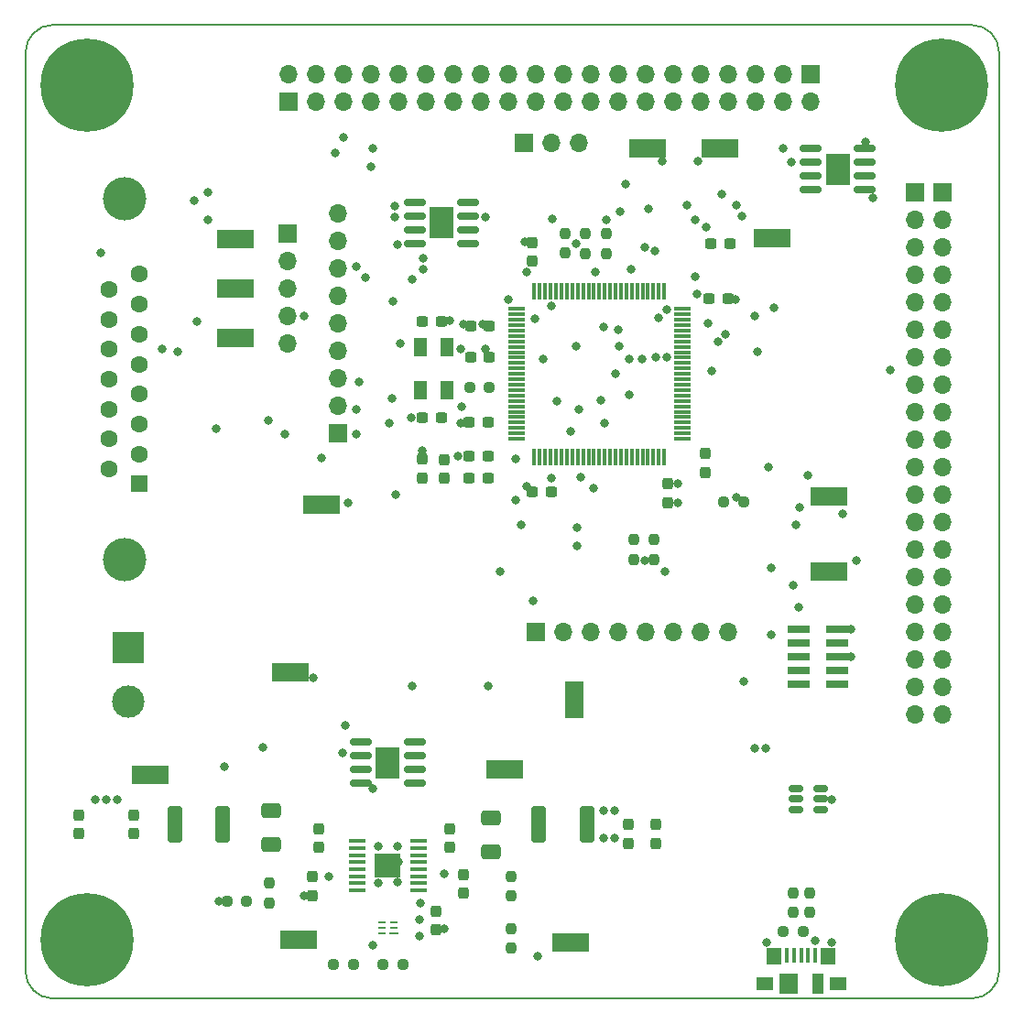
<source format=gbr>
%TF.GenerationSoftware,KiCad,Pcbnew,(6.0.7)*%
%TF.CreationDate,2023-01-27T10:25:10-08:00*%
%TF.ProjectId,FlightComputer,466c6967-6874-4436-9f6d-70757465722e,rev?*%
%TF.SameCoordinates,Original*%
%TF.FileFunction,Soldermask,Top*%
%TF.FilePolarity,Negative*%
%FSLAX46Y46*%
G04 Gerber Fmt 4.6, Leading zero omitted, Abs format (unit mm)*
G04 Created by KiCad (PCBNEW (6.0.7)) date 2023-01-27 10:25:10*
%MOMM*%
%LPD*%
G01*
G04 APERTURE LIST*
G04 Aperture macros list*
%AMRoundRect*
0 Rectangle with rounded corners*
0 $1 Rounding radius*
0 $2 $3 $4 $5 $6 $7 $8 $9 X,Y pos of 4 corners*
0 Add a 4 corners polygon primitive as box body*
4,1,4,$2,$3,$4,$5,$6,$7,$8,$9,$2,$3,0*
0 Add four circle primitives for the rounded corners*
1,1,$1+$1,$2,$3*
1,1,$1+$1,$4,$5*
1,1,$1+$1,$6,$7*
1,1,$1+$1,$8,$9*
0 Add four rect primitives between the rounded corners*
20,1,$1+$1,$2,$3,$4,$5,0*
20,1,$1+$1,$4,$5,$6,$7,0*
20,1,$1+$1,$6,$7,$8,$9,0*
20,1,$1+$1,$8,$9,$2,$3,0*%
G04 Aperture macros list end*
%TA.AperFunction,Profile*%
%ADD10C,0.200000*%
%TD*%
%ADD11RoundRect,0.150000X-0.825000X-0.150000X0.825000X-0.150000X0.825000X0.150000X-0.825000X0.150000X0*%
%ADD12R,2.290000X3.000000*%
%ADD13R,3.400000X1.800000*%
%ADD14R,1.800000X3.400000*%
%ADD15RoundRect,0.250000X-0.400000X-1.450000X0.400000X-1.450000X0.400000X1.450000X-0.400000X1.450000X0*%
%ADD16RoundRect,0.237500X0.300000X0.237500X-0.300000X0.237500X-0.300000X-0.237500X0.300000X-0.237500X0*%
%ADD17RoundRect,0.237500X-0.300000X-0.237500X0.300000X-0.237500X0.300000X0.237500X-0.300000X0.237500X0*%
%ADD18RoundRect,0.237500X-0.237500X0.300000X-0.237500X-0.300000X0.237500X-0.300000X0.237500X0.300000X0*%
%ADD19RoundRect,0.250000X-0.650000X0.412500X-0.650000X-0.412500X0.650000X-0.412500X0.650000X0.412500X0*%
%ADD20RoundRect,0.237500X-0.250000X-0.237500X0.250000X-0.237500X0.250000X0.237500X-0.250000X0.237500X0*%
%ADD21RoundRect,0.237500X0.237500X-0.300000X0.237500X0.300000X-0.237500X0.300000X-0.237500X-0.300000X0*%
%ADD22RoundRect,0.237500X-0.237500X0.250000X-0.237500X-0.250000X0.237500X-0.250000X0.237500X0.250000X0*%
%ADD23C,0.900000*%
%ADD24C,8.600000*%
%ADD25RoundRect,0.237500X0.237500X-0.287500X0.237500X0.287500X-0.237500X0.287500X-0.237500X-0.287500X0*%
%ADD26R,1.700000X1.700000*%
%ADD27O,1.700000X1.700000*%
%ADD28R,2.100000X0.750000*%
%ADD29RoundRect,0.237500X0.237500X-0.250000X0.237500X0.250000X-0.237500X0.250000X-0.237500X-0.250000X0*%
%ADD30RoundRect,0.237500X0.250000X0.237500X-0.250000X0.237500X-0.250000X-0.237500X0.250000X-0.237500X0*%
%ADD31RoundRect,0.075000X-0.725000X-0.075000X0.725000X-0.075000X0.725000X0.075000X-0.725000X0.075000X0*%
%ADD32RoundRect,0.075000X-0.075000X-0.725000X0.075000X-0.725000X0.075000X0.725000X-0.075000X0.725000X0*%
%ADD33R,1.200000X1.800000*%
%ADD34R,2.460000X2.310000*%
%ADD35RoundRect,0.100000X-0.687500X-0.100000X0.687500X-0.100000X0.687500X0.100000X-0.687500X0.100000X0*%
%ADD36RoundRect,0.237500X-0.237500X0.287500X-0.237500X-0.287500X0.237500X-0.287500X0.237500X0.287500X0*%
%ADD37RoundRect,0.150000X0.512500X0.150000X-0.512500X0.150000X-0.512500X-0.150000X0.512500X-0.150000X0*%
%ADD38C,4.000000*%
%ADD39R,1.600000X1.600000*%
%ADD40C,1.600000*%
%ADD41R,3.000000X3.000000*%
%ADD42C,3.000000*%
%ADD43R,0.450000X1.380000*%
%ADD44R,1.425000X1.550000*%
%ADD45R,1.000000X1.900000*%
%ADD46R,1.650000X1.300000*%
%ADD47R,1.800000X1.900000*%
%ADD48R,0.850000X0.280000*%
%ADD49R,0.750000X0.280000*%
%ADD50C,0.800000*%
G04 APERTURE END LIST*
D10*
X227330000Y-148166000D02*
X142410000Y-148166000D01*
X229870000Y-60706000D02*
X229870000Y-145626000D01*
X229870000Y-60706000D02*
G75*
G03*
X227330000Y-58166000I-2540000J0D01*
G01*
X139870000Y-145626000D02*
X139870000Y-60706000D01*
X227330000Y-148166000D02*
G75*
G03*
X229870000Y-145626000I0J2540000D01*
G01*
X139870000Y-145626000D02*
G75*
G03*
X142410000Y-148166000I2540000J0D01*
G01*
X142410000Y-58166000D02*
X227330000Y-58166000D01*
X142410000Y-58166000D02*
G75*
G03*
X139870000Y-60706000I0J-2540000D01*
G01*
D11*
%TO.C,IC4*%
X170880000Y-124460000D03*
X170880000Y-125730000D03*
X170880000Y-127000000D03*
X170880000Y-128270000D03*
X175830000Y-128270000D03*
X175830000Y-127000000D03*
X175830000Y-125730000D03*
X175830000Y-124460000D03*
D12*
X173355000Y-126365000D03*
%TD*%
D13*
%TO.C,TP3*%
X165100000Y-142748000D03*
%TD*%
D14*
%TO.C,TP8*%
X190627000Y-120523000D03*
%TD*%
D15*
%TO.C,L1*%
X153670000Y-132080000D03*
X158120000Y-132080000D03*
%TD*%
D13*
%TO.C,TP13*%
X204089000Y-69596000D03*
%TD*%
D16*
%TO.C,C13*%
X182626000Y-100076000D03*
X180901000Y-100076000D03*
%TD*%
D17*
%TO.C,C23*%
X176583000Y-85598000D03*
X178308000Y-85598000D03*
%TD*%
D18*
%TO.C,C9*%
X179070000Y-132487500D03*
X179070000Y-134212500D03*
%TD*%
D19*
%TO.C,C6*%
X182880000Y-131495000D03*
X182880000Y-134620000D03*
%TD*%
D20*
%TO.C,R14*%
X209907500Y-141986000D03*
X211732500Y-141986000D03*
%TD*%
D13*
%TO.C,TP6*%
X159258000Y-77978000D03*
%TD*%
D21*
%TO.C,C15*%
X178562000Y-100076000D03*
X178562000Y-98351000D03*
%TD*%
D11*
%TO.C,IC3*%
X212474000Y-69584000D03*
X212474000Y-70854000D03*
X212474000Y-72124000D03*
X212474000Y-73394000D03*
X217424000Y-73394000D03*
X217424000Y-72124000D03*
X217424000Y-70854000D03*
X217424000Y-69584000D03*
D12*
X214949000Y-71489000D03*
%TD*%
D22*
%TO.C,R5*%
X184785000Y-136882500D03*
X184785000Y-138707500D03*
%TD*%
D18*
%TO.C,C19*%
X199263000Y-100584000D03*
X199263000Y-102309000D03*
%TD*%
D16*
%TO.C,C17*%
X182626000Y-94869000D03*
X180901000Y-94869000D03*
%TD*%
%TO.C,C22*%
X188441500Y-101346000D03*
X186716500Y-101346000D03*
%TD*%
D18*
%TO.C,C10*%
X198115000Y-132080000D03*
X198115000Y-133805000D03*
%TD*%
D13*
%TO.C,TP2*%
X190246000Y-143002000D03*
%TD*%
D23*
%TO.C,H4*%
X145542000Y-139523000D03*
X145542000Y-145973000D03*
X147822419Y-140467581D03*
D24*
X145542000Y-142748000D03*
D23*
X143261581Y-145028419D03*
X142317000Y-142748000D03*
X143261581Y-140467581D03*
X147822419Y-145028419D03*
X148767000Y-142748000D03*
%TD*%
D25*
%TO.C,D1*%
X202692000Y-99554000D03*
X202692000Y-97804000D03*
%TD*%
D26*
%TO.C,J8*%
X164211000Y-65278000D03*
D27*
X166751000Y-65278000D03*
X169291000Y-65278000D03*
X171831000Y-65278000D03*
X174371000Y-65278000D03*
X176911000Y-65278000D03*
X179451000Y-65278000D03*
X181991000Y-65278000D03*
X184531000Y-65278000D03*
X187071000Y-65278000D03*
X189611000Y-65278000D03*
X192151000Y-65278000D03*
X194691000Y-65278000D03*
X197231000Y-65278000D03*
X199771000Y-65278000D03*
X202311000Y-65278000D03*
X204851000Y-65278000D03*
X207391000Y-65278000D03*
X209931000Y-65278000D03*
X212471000Y-65278000D03*
%TD*%
D28*
%TO.C,J2*%
X214906000Y-114046000D03*
X211306000Y-114046000D03*
X214906000Y-115316000D03*
X211306000Y-115316000D03*
X214906000Y-116586000D03*
X211306000Y-116586000D03*
X214906000Y-117856000D03*
X211306000Y-117856000D03*
X214906000Y-119126000D03*
X211306000Y-119126000D03*
%TD*%
D23*
%TO.C,H2*%
X222255581Y-61473581D03*
X224536000Y-60529000D03*
X226816419Y-66034419D03*
X227761000Y-63754000D03*
X222255581Y-66034419D03*
X224536000Y-66979000D03*
D24*
X224536000Y-63754000D03*
D23*
X221311000Y-63754000D03*
X226816419Y-61473581D03*
%TD*%
D29*
%TO.C,R9*%
X196088000Y-107569000D03*
X196088000Y-105744000D03*
%TD*%
D26*
%TO.C,J4*%
X164084000Y-77475000D03*
D27*
X164084000Y-80015000D03*
X164084000Y-82555000D03*
X164084000Y-85095000D03*
X164084000Y-87635000D03*
%TD*%
D30*
%TO.C,R11*%
X182753000Y-91694000D03*
X180928000Y-91694000D03*
%TD*%
D13*
%TO.C,TP15*%
X164338000Y-117983000D03*
%TD*%
D21*
%TO.C,C4*%
X166370000Y-138657500D03*
X166370000Y-136932500D03*
%TD*%
D13*
%TO.C,TP10*%
X214122000Y-108712000D03*
%TD*%
D22*
%TO.C,R12*%
X191643000Y-77470000D03*
X191643000Y-79295000D03*
%TD*%
%TO.C,R6*%
X184785000Y-141685000D03*
X184785000Y-143510000D03*
%TD*%
D15*
%TO.C,L2*%
X187320000Y-132080000D03*
X191770000Y-132080000D03*
%TD*%
D13*
%TO.C,TP9*%
X167259000Y-102489000D03*
%TD*%
%TO.C,TP14*%
X208915000Y-77851000D03*
%TD*%
%TO.C,TP11*%
X214122000Y-101727000D03*
%TD*%
%TO.C,TP1*%
X151384000Y-127508000D03*
%TD*%
D26*
%TO.C,J11*%
X212471000Y-62738000D03*
D27*
X209931000Y-62738000D03*
X207391000Y-62738000D03*
X204851000Y-62738000D03*
X202311000Y-62738000D03*
X199771000Y-62738000D03*
X197231000Y-62738000D03*
X194691000Y-62738000D03*
X192151000Y-62738000D03*
X189611000Y-62738000D03*
X187071000Y-62738000D03*
X184531000Y-62738000D03*
X181991000Y-62738000D03*
X179451000Y-62738000D03*
X176911000Y-62738000D03*
X174371000Y-62738000D03*
X171831000Y-62738000D03*
X169291000Y-62738000D03*
X166751000Y-62738000D03*
X164211000Y-62738000D03*
%TD*%
D30*
%TO.C,R2*%
X160321000Y-139192000D03*
X158496000Y-139192000D03*
%TD*%
D26*
%TO.C,J6*%
X168758000Y-95875000D03*
D27*
X168758000Y-93335000D03*
X168758000Y-90795000D03*
X168758000Y-88255000D03*
X168758000Y-85715000D03*
X168758000Y-83175000D03*
X168758000Y-80635000D03*
X168758000Y-78095000D03*
X168758000Y-75555000D03*
%TD*%
D29*
%TO.C,R15*%
X212344000Y-140208000D03*
X212344000Y-138383000D03*
%TD*%
D18*
%TO.C,C1*%
X144780000Y-131217500D03*
X144780000Y-132942500D03*
%TD*%
D17*
%TO.C,C14*%
X203253000Y-78359000D03*
X204978000Y-78359000D03*
%TD*%
D11*
%TO.C,IC2*%
X175833000Y-74549000D03*
X175833000Y-75819000D03*
X175833000Y-77089000D03*
X175833000Y-78359000D03*
X180783000Y-78359000D03*
X180783000Y-77089000D03*
X180783000Y-75819000D03*
X180783000Y-74549000D03*
D12*
X178308000Y-76454000D03*
%TD*%
D21*
%TO.C,C3*%
X167005000Y-134212500D03*
X167005000Y-132487500D03*
%TD*%
D22*
%TO.C,R8*%
X193548000Y-77470000D03*
X193548000Y-79295000D03*
%TD*%
D16*
%TO.C,C21*%
X182753000Y-85979000D03*
X181028000Y-85979000D03*
%TD*%
%TO.C,C24*%
X178308000Y-94488000D03*
X176583000Y-94488000D03*
%TD*%
D22*
%TO.C,R16*%
X210820000Y-138383000D03*
X210820000Y-140208000D03*
%TD*%
D31*
%TO.C,U2*%
X185238000Y-84424000D03*
X185238000Y-84924000D03*
X185238000Y-85424000D03*
X185238000Y-85924000D03*
X185238000Y-86424000D03*
X185238000Y-86924000D03*
X185238000Y-87424000D03*
X185238000Y-87924000D03*
X185238000Y-88424000D03*
X185238000Y-88924000D03*
X185238000Y-89424000D03*
X185238000Y-89924000D03*
X185238000Y-90424000D03*
X185238000Y-90924000D03*
X185238000Y-91424000D03*
X185238000Y-91924000D03*
X185238000Y-92424000D03*
X185238000Y-92924000D03*
X185238000Y-93424000D03*
X185238000Y-93924000D03*
X185238000Y-94424000D03*
X185238000Y-94924000D03*
X185238000Y-95424000D03*
X185238000Y-95924000D03*
X185238000Y-96424000D03*
D32*
X186913000Y-98099000D03*
X187413000Y-98099000D03*
X187913000Y-98099000D03*
X188413000Y-98099000D03*
X188913000Y-98099000D03*
X189413000Y-98099000D03*
X189913000Y-98099000D03*
X190413000Y-98099000D03*
X190913000Y-98099000D03*
X191413000Y-98099000D03*
X191913000Y-98099000D03*
X192413000Y-98099000D03*
X192913000Y-98099000D03*
X193413000Y-98099000D03*
X193913000Y-98099000D03*
X194413000Y-98099000D03*
X194913000Y-98099000D03*
X195413000Y-98099000D03*
X195913000Y-98099000D03*
X196413000Y-98099000D03*
X196913000Y-98099000D03*
X197413000Y-98099000D03*
X197913000Y-98099000D03*
X198413000Y-98099000D03*
X198913000Y-98099000D03*
D31*
X200588000Y-96424000D03*
X200588000Y-95924000D03*
X200588000Y-95424000D03*
X200588000Y-94924000D03*
X200588000Y-94424000D03*
X200588000Y-93924000D03*
X200588000Y-93424000D03*
X200588000Y-92924000D03*
X200588000Y-92424000D03*
X200588000Y-91924000D03*
X200588000Y-91424000D03*
X200588000Y-90924000D03*
X200588000Y-90424000D03*
X200588000Y-89924000D03*
X200588000Y-89424000D03*
X200588000Y-88924000D03*
X200588000Y-88424000D03*
X200588000Y-87924000D03*
X200588000Y-87424000D03*
X200588000Y-86924000D03*
X200588000Y-86424000D03*
X200588000Y-85924000D03*
X200588000Y-85424000D03*
X200588000Y-84924000D03*
X200588000Y-84424000D03*
D32*
X198913000Y-82749000D03*
X198413000Y-82749000D03*
X197913000Y-82749000D03*
X197413000Y-82749000D03*
X196913000Y-82749000D03*
X196413000Y-82749000D03*
X195913000Y-82749000D03*
X195413000Y-82749000D03*
X194913000Y-82749000D03*
X194413000Y-82749000D03*
X193913000Y-82749000D03*
X193413000Y-82749000D03*
X192913000Y-82749000D03*
X192413000Y-82749000D03*
X191913000Y-82749000D03*
X191413000Y-82749000D03*
X190913000Y-82749000D03*
X190413000Y-82749000D03*
X189913000Y-82749000D03*
X189413000Y-82749000D03*
X188913000Y-82749000D03*
X188413000Y-82749000D03*
X187913000Y-82749000D03*
X187413000Y-82749000D03*
X186913000Y-82749000D03*
%TD*%
D21*
%TO.C,C18*%
X186690000Y-80010000D03*
X186690000Y-78285000D03*
%TD*%
D13*
%TO.C,TP4*%
X184150000Y-127000000D03*
%TD*%
D26*
%TO.C,J12*%
X185928000Y-69088000D03*
D27*
X188468000Y-69088000D03*
X191008000Y-69088000D03*
%TD*%
D20*
%TO.C,R10*%
X204423000Y-102249000D03*
X206248000Y-102249000D03*
%TD*%
D29*
%TO.C,R13*%
X197993000Y-107569000D03*
X197993000Y-105744000D03*
%TD*%
D24*
%TO.C,H3*%
X224536000Y-142748000D03*
D23*
X221311000Y-142748000D03*
X227761000Y-142748000D03*
X222255581Y-145028419D03*
X226816419Y-145028419D03*
X224536000Y-139523000D03*
X224536000Y-145973000D03*
X222255581Y-140467581D03*
X226816419Y-140467581D03*
%TD*%
D33*
%TO.C,Y1*%
X176403000Y-87948000D03*
X176403000Y-91948000D03*
X178803000Y-91948000D03*
X178803000Y-87948000D03*
%TD*%
D18*
%TO.C,C8*%
X180340000Y-136705000D03*
X180340000Y-138430000D03*
%TD*%
D34*
%TO.C,IC1*%
X173355000Y-135890000D03*
D35*
X170492500Y-133615000D03*
X170492500Y-134265000D03*
X170492500Y-134915000D03*
X170492500Y-135565000D03*
X170492500Y-136215000D03*
X170492500Y-136865000D03*
X170492500Y-137515000D03*
X170492500Y-138165000D03*
X176217500Y-138165000D03*
X176217500Y-137515000D03*
X176217500Y-136865000D03*
X176217500Y-136215000D03*
X176217500Y-135565000D03*
X176217500Y-134915000D03*
X176217500Y-134265000D03*
X176217500Y-133615000D03*
%TD*%
D13*
%TO.C,TP12*%
X197358000Y-69596000D03*
%TD*%
D29*
%TO.C,R7*%
X189738000Y-79271500D03*
X189738000Y-77446500D03*
%TD*%
D23*
%TO.C,H1*%
X142317000Y-63754000D03*
X143261581Y-61473581D03*
X145542000Y-60529000D03*
X145542000Y-66979000D03*
D24*
X145542000Y-63754000D03*
D23*
X148767000Y-63754000D03*
X143261581Y-66034419D03*
X147822419Y-61473581D03*
X147822419Y-66034419D03*
%TD*%
D36*
%TO.C,L3*%
X176530000Y-98298000D03*
X176530000Y-100048000D03*
%TD*%
D37*
%TO.C,U3*%
X213354500Y-130680000D03*
X213354500Y-129730000D03*
X213354500Y-128780000D03*
X211079500Y-128780000D03*
X211079500Y-129730000D03*
X211079500Y-130680000D03*
%TD*%
D13*
%TO.C,TP7*%
X159258000Y-82550000D03*
%TD*%
D22*
%TO.C,R1*%
X162447500Y-137517500D03*
X162447500Y-139342500D03*
%TD*%
D20*
%TO.C,R4*%
X172927000Y-145034000D03*
X174752000Y-145034000D03*
%TD*%
D13*
%TO.C,TP5*%
X159258000Y-87122000D03*
%TD*%
D20*
%TO.C,R3*%
X168355000Y-145034000D03*
X170180000Y-145034000D03*
%TD*%
D26*
%TO.C,J7*%
X187071000Y-114300000D03*
D27*
X189611000Y-114300000D03*
X192151000Y-114300000D03*
X194691000Y-114300000D03*
X197231000Y-114300000D03*
X199771000Y-114300000D03*
X202311000Y-114300000D03*
X204851000Y-114300000D03*
%TD*%
D19*
%TO.C,C5*%
X162560000Y-130810000D03*
X162560000Y-133935000D03*
%TD*%
D16*
%TO.C,C20*%
X182753000Y-88900000D03*
X181028000Y-88900000D03*
%TD*%
%TO.C,C12*%
X182626000Y-98044000D03*
X180901000Y-98044000D03*
%TD*%
D38*
%TO.C,J5*%
X148995331Y-107562000D03*
X148995331Y-74262000D03*
D39*
X150415331Y-100607000D03*
D40*
X150415331Y-97837000D03*
X150415331Y-95067000D03*
X150415331Y-92297000D03*
X150415331Y-89527000D03*
X150415331Y-86757000D03*
X150415331Y-83987000D03*
X150415331Y-81217000D03*
X147575331Y-99222000D03*
X147575331Y-96452000D03*
X147575331Y-93682000D03*
X147575331Y-90912000D03*
X147575331Y-88142000D03*
X147575331Y-85372000D03*
X147575331Y-82602000D03*
%TD*%
D17*
%TO.C,C16*%
X203073000Y-83439000D03*
X204798000Y-83439000D03*
%TD*%
D41*
%TO.C,J1*%
X149332500Y-115752500D03*
D42*
X149332500Y-120752500D03*
%TD*%
D26*
%TO.C,J10*%
X224663000Y-73660000D03*
D27*
X224663000Y-76200000D03*
X224663000Y-78740000D03*
X224663000Y-81280000D03*
X224663000Y-83820000D03*
X224663000Y-86360000D03*
X224663000Y-88900000D03*
X224663000Y-91440000D03*
X224663000Y-93980000D03*
X224663000Y-96520000D03*
X224663000Y-99060000D03*
X224663000Y-101600000D03*
X224663000Y-104140000D03*
X224663000Y-106680000D03*
X224663000Y-109220000D03*
X224663000Y-111760000D03*
X224663000Y-114300000D03*
X224663000Y-116840000D03*
X224663000Y-119380000D03*
X224663000Y-121920000D03*
%TD*%
D43*
%TO.C,J3*%
X210282000Y-144145000D03*
X210932000Y-144145000D03*
X211582000Y-144145000D03*
X212232000Y-144145000D03*
X212882000Y-144145000D03*
D44*
X214069500Y-144230000D03*
D45*
X213132000Y-146805000D03*
D46*
X214957000Y-146805000D03*
D44*
X209094500Y-144230000D03*
D46*
X208207000Y-146805000D03*
D47*
X210432000Y-146805000D03*
%TD*%
D48*
%TO.C,U1*%
X173880000Y-142105000D03*
D49*
X173930000Y-141605000D03*
X173930000Y-141105000D03*
X172780000Y-141105000D03*
X172780000Y-141605000D03*
X172780000Y-142105000D03*
%TD*%
D18*
%TO.C,C7*%
X177800000Y-140107500D03*
X177800000Y-141832500D03*
%TD*%
%TO.C,C2*%
X149860000Y-131217500D03*
X149860000Y-132942500D03*
%TD*%
%TO.C,C11*%
X195580000Y-132080000D03*
X195580000Y-133805000D03*
%TD*%
D26*
%TO.C,J9*%
X222123000Y-73660000D03*
D27*
X222123000Y-76200000D03*
X222123000Y-78740000D03*
X222123000Y-81280000D03*
X222123000Y-83820000D03*
X222123000Y-86360000D03*
X222123000Y-88900000D03*
X222123000Y-91440000D03*
X222123000Y-93980000D03*
X222123000Y-96520000D03*
X222123000Y-99060000D03*
X222123000Y-101600000D03*
X222123000Y-104140000D03*
X222123000Y-106680000D03*
X222123000Y-109220000D03*
X222123000Y-111760000D03*
X222123000Y-114300000D03*
X222123000Y-116840000D03*
X222123000Y-119380000D03*
X222123000Y-121920000D03*
%TD*%
D50*
X170708500Y-91186000D03*
X190246000Y-95758000D03*
X190839477Y-104606477D03*
X185166000Y-102108000D03*
X185674000Y-104381500D03*
X169672000Y-102362000D03*
X174117000Y-101600000D03*
X158242000Y-126746000D03*
X146304000Y-129794000D03*
X161798000Y-124968000D03*
X148336000Y-129794000D03*
X147320000Y-129794000D03*
X167894000Y-136906000D03*
X187198000Y-144272000D03*
X171958000Y-143256000D03*
X176374951Y-139347049D03*
X178562000Y-136652000D03*
X218186000Y-74168000D03*
X178562000Y-141732000D03*
X174315000Y-135565000D03*
X165608000Y-138684000D03*
X172537000Y-135565000D03*
X174244000Y-134112000D03*
X172523500Y-137471500D03*
X180340000Y-85852000D03*
X175514000Y-94488000D03*
X179832000Y-98044000D03*
X174244000Y-137414000D03*
X200152000Y-102362000D03*
X170434000Y-80518000D03*
X179070000Y-85471000D03*
X208407000Y-143002000D03*
X180086000Y-88138000D03*
X214376000Y-143002000D03*
X174244000Y-78486000D03*
X186182000Y-100838000D03*
X172466000Y-134112000D03*
X166497000Y-118491000D03*
X186055000Y-78232000D03*
X157734000Y-139192000D03*
X170434000Y-93726000D03*
X205486000Y-83566000D03*
X212852000Y-142855498D03*
X205625500Y-101809692D03*
X171958000Y-128778000D03*
X180086000Y-94996000D03*
X216154000Y-116586000D03*
X214376000Y-129794000D03*
X202057000Y-70739000D03*
X199188500Y-88884628D03*
X198120000Y-88900000D03*
X198755000Y-70739000D03*
X215392000Y-103378000D03*
X169418000Y-122936000D03*
X173990000Y-74946497D03*
X209931000Y-69596000D03*
X195326000Y-72898000D03*
X210693000Y-70866000D03*
X216662000Y-107696000D03*
X171323000Y-81534000D03*
X197485000Y-75184000D03*
X165608000Y-85090000D03*
X173990000Y-75946000D03*
X169164000Y-125476000D03*
X208534000Y-99060000D03*
X207518000Y-88392000D03*
X199009000Y-108712000D03*
X204570685Y-86767315D03*
X208273600Y-125045100D03*
X203861315Y-87476685D03*
X207270400Y-125045100D03*
X176276000Y-142354500D03*
X186817000Y-111379000D03*
X182626000Y-119253000D03*
X194762925Y-87885990D03*
X176276000Y-140855500D03*
X175641000Y-119253000D03*
X183769000Y-108712000D03*
X194691000Y-86360000D03*
X182165000Y-85852000D03*
X186182000Y-81026000D03*
X188468000Y-100076000D03*
X176530000Y-97536000D03*
X201930000Y-83058000D03*
X193294000Y-133350000D03*
X193548000Y-76200000D03*
X197104000Y-107696000D03*
X217551000Y-68961000D03*
X194310000Y-133350000D03*
X194310000Y-130810000D03*
X182372000Y-88138000D03*
X193294000Y-130810000D03*
X170434000Y-96012000D03*
X200152000Y-100584000D03*
X216154000Y-114046000D03*
X182372000Y-75946000D03*
X176657000Y-79756000D03*
X169291000Y-68580000D03*
X176657000Y-80755503D03*
X171958000Y-69596000D03*
X175641000Y-81661000D03*
X171843500Y-71247000D03*
X184531000Y-83565500D03*
X156718000Y-76200000D03*
X186944000Y-85344000D03*
X146812000Y-79248000D03*
X187706000Y-89027000D03*
X190766500Y-87884000D03*
X195707000Y-92329000D03*
X206248000Y-118872000D03*
X173863000Y-83693000D03*
X168529000Y-69977000D03*
X174498000Y-87630000D03*
X180213000Y-93472000D03*
X188976000Y-92964000D03*
X188595000Y-76073000D03*
X191163117Y-99980677D03*
X153924000Y-88392000D03*
X152527000Y-88138000D03*
X192405000Y-100965000D03*
X190754000Y-78359000D03*
X191008000Y-93726000D03*
X193368317Y-94983500D03*
X194818000Y-75438000D03*
X201041000Y-74803000D03*
X193294000Y-86106000D03*
X204216000Y-73787000D03*
X195707000Y-89027000D03*
X201803000Y-76200000D03*
X205613000Y-74803000D03*
X196850000Y-89027000D03*
X202819000Y-76835000D03*
X206121000Y-75819000D03*
X211074000Y-104394000D03*
X211455000Y-102743000D03*
X212217000Y-99822000D03*
X219799500Y-90043000D03*
X202946000Y-85711787D03*
X211328000Y-112014000D03*
X201803000Y-81407000D03*
X210820000Y-109982000D03*
X155702000Y-85598000D03*
X198080775Y-79057554D03*
X197125977Y-78761977D03*
X195834000Y-80772000D03*
X157480000Y-95504000D03*
X192532000Y-81026000D03*
X162306000Y-94742000D03*
X209042000Y-84328000D03*
X199136000Y-84455000D03*
X198374000Y-85204500D03*
X207264000Y-85090000D03*
X194437000Y-90424000D03*
X203327000Y-90173500D03*
X193040000Y-92837000D03*
X190881000Y-106299000D03*
X208788000Y-114554000D03*
X208788000Y-108331000D03*
X185166000Y-98298000D03*
X163830000Y-96012000D03*
X167259000Y-98171000D03*
X173736000Y-92710000D03*
X188468000Y-84148500D03*
X173482000Y-94996000D03*
X156718000Y-73660000D03*
X155448000Y-74422000D03*
M02*

</source>
